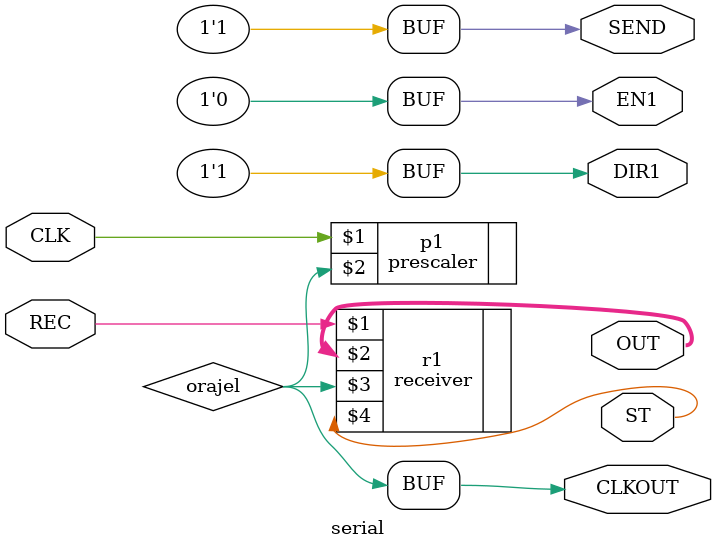
<source format=v>
`timescale 1ns / 1ps
module serial(REC, CLK, SEND, DIR1, EN1, OUT, ST, CLKOUT);
    input REC;
    input CLK;
    output SEND;
    output DIR1;
    output EN1;
    output [7:0] OUT;
    output ST;
	 output CLKOUT;

	wire orajel;
	
	prescaler p1(CLK,orajel);
	receiver r1(REC,OUT,orajel,ST);

	assign SEND=1;
	assign DIR1=1;
	assign EN1=0;
	assign CLKOUT=orajel;

endmodule

</source>
